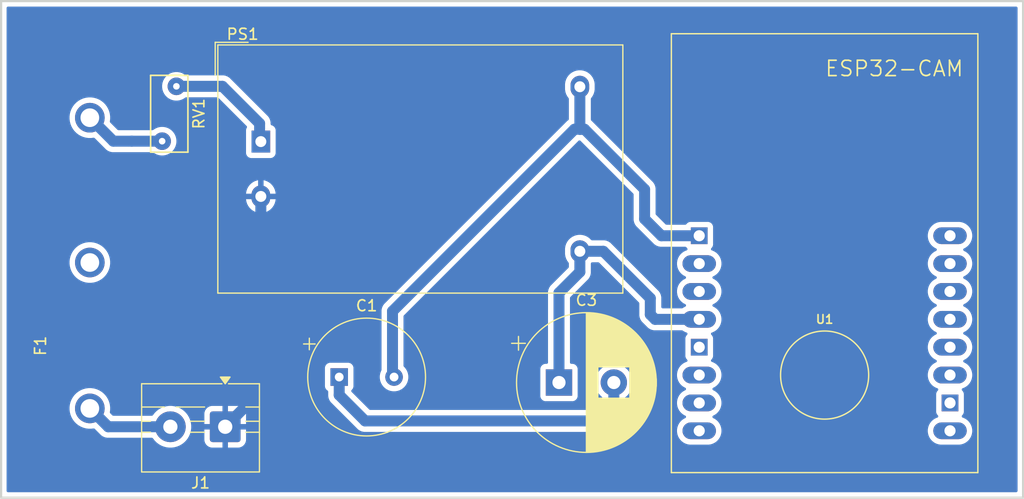
<source format=kicad_pcb>
(kicad_pcb (version 20241229) (generator "pcbnew") (generator_version "9.0")
  (layers (0 "F.Cu" signal) (2 "B.Cu" signal) (13 "F.Paste" user) (15 "B.Paste" user) (5 "F.SilkS" user "F.Silkscreen") (7 "B.SilkS" user "B.Silkscreen") (1 "F.Mask" user) (3 "B.Mask" user) (25 "Edge.Cuts" user))
  (net 0 "")
  (net 1 "Net-(PS1-+Vout)")
  (net 2 "Net-(PS1-AC{slash}L)")
  (net 3 "Net-(PS1--Vout)")
  (net 4 "Net-(C1-Pad1)")
  (net 5 "Net-(F1-Pad2)")
  (net 20 "GND")
  (net 21 "Net-(J1-Pin_2)")
  (net 22 "220AC")
  (footprint "Converter_ACDC:Converter_ACDC_Hi-Link_HLK-PMxx" (layer "F.Cu") (at 167.4975 66.0375)
    (property "Reference" "PS1" (at -1.66 -9.79 0) (layer "F.SilkS"))
    (property "Value" "HLK-PM03" (hide yes))
    (fp_line (start -4.16 -9.05) (end -1.16 -9.05) (stroke (width 0.12)) (layer "F.SilkS"))
    (fp_line (start -4.16 -6.05) (end -4.16 -9.05) (stroke (width 0.12)) (layer "F.SilkS"))
    (fp_line (start -3.92 -8.81) (end -3.92 13.81) (stroke (width 0.12)) (layer "F.SilkS"))
    (fp_line (start -3.92 -8.81) (end 33 -8.81) (stroke (width 0.12)) (layer "F.SilkS"))
    (fp_line (start -3.92 13.81) (end 33 13.81) (stroke (width 0.12)) (layer "F.SilkS"))
    (fp_line (start 33 -8.81) (end 33 13.81) (stroke (width 0.12)) (layer "F.SilkS"))
    (pad "1" thru_hole rect (at 0 0) (size 1.7 2) (drill 1) (layers "*.Cu" "*.Mask") (net 2 "Net-(PS1-AC{slash}L)"))
    (pad "2" thru_hole oval (at 0 5) (size 1.7 2) (drill 1) (layers "*.Cu" "*.Mask") (net 22 "220AC"))
    (pad "3" thru_hole oval (at 29.08 -5) (size 1.7 2) (drill 1) (layers "*.Cu" "*.Mask") (net 3 "Net-(PS1--Vout)"))
    (pad "4" thru_hole oval (at 29.08 10) (size 1.7 2) (drill 1) (layers "*.Cu" "*.Mask") (net 1 "Net-(PS1-+Vout)"))
  )
  (footprint "Capacitor_THT:CP_Radial_D12.5mm_P5.00mm" (layer "F.Cu") (at 194.676041 88)
    (property "Reference" "C3" (at 2.5 -7.5 0) (layer "F.SilkS"))
    (property "Value" "C_Polarized")
    (fp_line (start -4.317082 -3.575) (end -3.067082 -3.575) (stroke (width 0.12)) (layer "F.SilkS"))
    (fp_line (start -3.692082 -4.2) (end -3.692082 -2.95) (stroke (width 0.12)) (layer "F.SilkS"))
    (fp_line (start 2.5 -6.33) (end 2.5 6.33) (stroke (width 0.12)) (layer "F.SilkS"))
    (fp_line (start 2.54 -6.33) (end 2.54 6.33) (stroke (width 0.12)) (layer "F.SilkS"))
    (fp_line (start 2.58 -6.329) (end 2.58 6.329) (stroke (width 0.12)) (layer "F.SilkS"))
    (fp_line (start 2.62 -6.329) (end 2.62 6.329) (stroke (width 0.12)) (layer "F.SilkS"))
    (fp_line (start 2.66 -6.328) (end 2.66 6.328) (stroke (width 0.12)) (layer "F.SilkS"))
    (fp_line (start 2.7 -6.327) (end 2.7 6.327) (stroke (width 0.12)) (layer "F.SilkS"))
    (fp_line (start 2.74 -6.325) (end 2.74 6.325) (stroke (width 0.12)) (layer "F.SilkS"))
    (fp_line (start 2.78 -6.324) (end 2.78 6.324) (stroke (width 0.12)) (layer "F.SilkS"))
    (fp_line (start 2.82 -6.322) (end 2.82 6.322) (stroke (width 0.12)) (layer "F.SilkS"))
    (fp_line (start 2.86 -6.32) (end 2.86 6.32) (stroke (width 0.12)) (layer "F.SilkS"))
    (fp_line (start 2.9 -6.317) (end 2.9 6.317) (stroke (width 0.12)) (layer "F.SilkS"))
    (fp_line (start 2.94 -6.315) (end 2.94 6.315) (stroke (width 0.12)) (layer "F.SilkS"))
    (fp_line (start 2.98 -6.312) (end 2.98 6.312) (stroke (width 0.12)) (layer "F.SilkS"))
    (fp_line (start 3.02 -6.309) (end 3.02 6.309) (stroke (width 0.12)) (layer "F.SilkS"))
    (fp_line (start 3.06 -6.305) (end 3.06 6.305) (stroke (width 0.12)) (layer "F.SilkS"))
    (fp_line (start 3.1 -6.302) (end 3.1 6.302) (stroke (width 0.12)) (layer "F.SilkS"))
    (fp_line (start 3.14 -6.298) (end 3.14 6.298) (stroke (width 0.12)) (layer "F.SilkS"))
    (fp_line (start 3.18 -6.294) (end 3.18 6.294) (stroke (width 0.12)) (layer "F.SilkS"))
    (fp_line (start 3.22 -6.289) (end 3.22 6.289) (stroke (width 0.12)) (layer "F.SilkS"))
    (fp_line (start 3.26 -6.284) (end 3.26 6.284) (stroke (width 0.12)) (layer "F.SilkS"))
    (fp_line (start 3.3 -6.28) (end 3.3 6.28) (stroke (width 0.12)) (layer "F.SilkS"))
    (fp_line (start 3.34 -6.274) (end 3.34 6.274) (stroke (width 0.12)) (layer "F.SilkS"))
    (fp_line (start 3.38 -6.269) (end 3.38 6.269) (stroke (width 0.12)) (layer "F.SilkS"))
    (fp_line (start 3.42 -6.263) (end 3.42 6.263) (stroke (width 0.12)) (layer "F.SilkS"))
    (fp_line (start 3.46 -6.257) (end 3.46 6.257) (stroke (width 0.12)) (layer "F.SilkS"))
    (fp_line (start 3.5 -6.251) (end 3.5 6.251) (stroke (width 0.12)) (layer "F.SilkS"))
    (fp_line (start 3.54 -6.245) (end 3.54 6.245) (stroke (width 0.12)) (layer "F.SilkS"))
    (fp_line (start 3.58 -6.238) (end 3.58 -1.44) (stroke (width 0.12)) (layer "F.SilkS"))
    (fp_line (start 3.58 1.44) (end 3.58 6.238) (stroke (width 0.12)) (layer "F.SilkS"))
    (fp_line (start 3.62 -6.231) (end 3.62 -1.44) (stroke (width 0.12)) (layer "F.SilkS"))
    (fp_line (start 3.62 1.44) (end 3.62 6.231) (stroke (width 0.12)) (layer "F.SilkS"))
    (fp_line (start 3.66 -6.223) (end 3.66 -1.44) (stroke (width 0.12)) (layer "F.SilkS"))
    (fp_line (start 3.66 1.44) (end 3.66 6.223) (stroke (width 0.12)) (layer "F.SilkS"))
    (fp_line (start 3.7 -6.216) (end 3.7 -1.44) (stroke (width 0.12)) (layer "F.SilkS"))
    (fp_line (start 3.7 1.44) (end 3.7 6.216) (stroke (width 0.12)) (layer "F.SilkS"))
    (fp_line (start 3.74 -6.208) (end 3.74 -1.44) (stroke (width 0.12)) (layer "F.SilkS"))
    (fp_line (start 3.74 1.44) (end 3.74 6.208) (stroke (width 0.12)) (layer "F.SilkS"))
    (fp_line (start 3.78 -6.2) (end 3.78 -1.44) (stroke (width 0.12)) (layer "F.SilkS"))
    (fp_line (start 3.78 1.44) (end 3.78 6.2) (stroke (width 0.12)) (layer "F.SilkS"))
    (fp_line (start 3.82 -6.192) (end 3.82 -1.44) (stroke (width 0.12)) (layer "F.SilkS"))
    (fp_line (start 3.82 1.44) (end 3.82 6.192) (stroke (width 0.12)) (layer "F.SilkS"))
    (fp_line (start 3.86 -6.183) (end 3.86 -1.44) (stroke (width 0.12)) (layer "F.SilkS"))
    (fp_line (start 3.86 1.44) (end 3.86 6.183) (stroke (width 0.12)) (layer "F.SilkS"))
    (fp_line (start 3.9 -6.174) (end 3.9 -1.44) (stroke (width 0.12)) (layer "F.SilkS"))
    (fp_line (start 3.9 1.44) (end 3.9 6.174) (stroke (width 0.12)) (layer "F.SilkS"))
    (fp_line (start 3.94 -6.165) (end 3.94 -1.44) (stroke (width 0.12)) (layer "F.SilkS"))
    (fp_line (start 3.94 1.44) (end 3.94 6.165) (stroke (width 0.12)) (layer "F.SilkS"))
    (fp_line (start 3.98 -6.156) (end 3.98 -1.44) (stroke (width 0.12)) (layer "F.SilkS"))
    (fp_line (start 3.98 1.44) (end 3.98 6.156) (stroke (width 0.12)) (layer "F.SilkS"))
    (fp_line (start 4.02 -6.146) (end 4.02 -1.44) (stroke (width 0.12)) (layer "F.SilkS"))
    (fp_line (start 4.02 1.44) (end 4.02 6.146) (stroke (width 0.12)) (layer "F.SilkS"))
    (fp_line (start 4.06 -6.136) (end 4.06 -1.44) (stroke (width 0.12)) (layer "F.SilkS"))
    (fp_line (start 4.06 1.44) (end 4.06 6.136) (stroke (width 0.12)) (layer "F.SilkS"))
    (fp_line (start 4.1 -6.126) (end 4.1 -1.44) (stroke (width 0.12)) (layer "F.SilkS"))
    (fp_line (start 4.1 1.44) (end 4.1 6.126) (stroke (width 0.12)) (layer "F.SilkS"))
    (fp_line (start 4.14 -6.115) (end 4.14 -1.44) (stroke (width 0.12)) (layer "F.SilkS"))
    (fp_line (start 4.14 1.44) (end 4.14 6.115) (stroke (width 0.12)) (layer "F.SilkS"))
    (fp_line (start 4.18 -6.104) (end 4.18 -1.44) (stroke (width 0.12)) (layer "F.SilkS"))
    (fp_line (start 4.18 1.44) (end 4.18 6.104) (stroke (width 0.12)) (layer "F.SilkS"))
    (fp_line (start 4.22 -6.093) (end 4.22 -1.44) (stroke (width 0.12)) (layer "F.SilkS"))
    (fp_line (start 4.22 1.44) (end 4.22 6.093) (stroke (width 0.12)) (layer "F.SilkS"))
    (fp_line (start 4.26 -6.082) (end 4.26 -1.44) (stroke (width 0.12)) (layer "F.SilkS"))
    (fp_line (start 4.26 1.44) (end 4.26 6.082) (stroke (width 0.12)) (layer "F.SilkS"))
    (fp_line (start 4.3 -6.07) (end 4.3 -1.44) (stroke (width 0.12)) (layer "F.SilkS"))
    (fp_line (start 4.3 1.44) (end 4.3 6.07) (stroke (width 0.12)) (layer "F.SilkS"))
    (fp_line (start 4.34 -6.058) (end 4.34 -1.44) (stroke (width 0.12)) (layer "F.SilkS"))
    (fp_line (start 4.34 1.44) (end 4.34 6.058) (stroke (width 0.12)) (layer "F.SilkS"))
    (fp_line (start 4.38 -6.046) (end 4.38 -1.44) (stroke (width 0.12)) (layer "F.SilkS"))
    (fp_line (start 4.38 1.44) (end 4.38 6.046) (stroke (width 0.12)) (layer "F.SilkS"))
    (fp_line (start 4.42 -6.034) (end 4.42 -1.44) (stroke (width 0.12)) (layer "F.SilkS"))
    (fp_line (start 4.42 1.44) (end 4.42 6.034) (stroke (width 0.12)) (layer "F.SilkS"))
    (fp_line (start 4.46 -6.021) (end 4.46 -1.44) (stroke (width 0.12)) (layer "F.SilkS"))
    (fp_line (start 4.46 1.44) (end 4.46 6.021) (stroke (width 0.12)) (layer "F.SilkS"))
    (fp_line (start 4.5 -6.008) (end 4.5 -1.44) (stroke (width 0.12)) (layer "F.SilkS"))
    (fp_line (start 4.5 1.44) (end 4.5 6.008) (stroke (width 0.12)) (layer "F.SilkS"))
    (fp_line (start 4.54 -5.995) (end 4.54 -1.44) (stroke (width 0.12)) (layer "F.SilkS"))
    (fp_line (start 4.54 1.44) (end 4.54 5.995) (stroke (width 0.12)) (layer "F.SilkS"))
    (fp_line (start 4.58 -5.981) (end 4.58 -1.44) (stroke (width 0.12)) (layer "F.SilkS"))
    (fp_line (start 4.58 1.44) (end 4.58 5.981) (stroke (width 0.12)) (layer "F.SilkS"))
    (fp_line (start 4.62 -5.967) (end 4.62 -1.44) (stroke (width 0.12)) (layer "F.SilkS"))
    (fp_line (start 4.62 1.44) (end 4.62 5.967) (stroke (width 0.12)) (layer "F.SilkS"))
    (fp_line (start 4.66 -5.953) (end 4.66 -1.44) (stroke (width 0.12)) (layer "F.SilkS"))
    (fp_line (start 4.66 1.44) (end 4.66 5.953) (stroke (width 0.12)) (layer "F.SilkS"))
    (fp_line (start 4.7 -5.938) (end 4.7 -1.44) (stroke (width 0.12)) (layer "F.SilkS"))
    (fp_line (start 4.7 1.44) (end 4.7 5.938) (stroke (width 0.12)) (layer "F.SilkS"))
    (fp_line (start 4.74 -5.923) (end 4.74 -1.44) (stroke (width 0.12)) (layer "F.SilkS"))
    (fp_line (start 4.74 1.44) (end 4.74 5.923) (stroke (width 0.12)) (layer "F.SilkS"))
    (fp_line (start 4.78 -5.908) (end 4.78 -1.44) (stroke (width 0.12)) (layer "F.SilkS"))
    (fp_line (start 4.78 1.44) (end 4.78 5.908) (stroke (width 0.12)) (layer "F.SilkS"))
    (fp_line (start 4.82 -5.892) (end 4.82 -1.44) (stroke (width 0.12)) (layer "F.SilkS"))
    (fp_line (start 4.82 1.44) (end 4.82 5.892) (stroke (width 0.12)) (layer "F.SilkS"))
    (fp_line (start 4.86 -5.877) (end 4.86 -1.44) (stroke (width 0.12)) (layer "F.SilkS"))
    (fp_line (start 4.86 1.44) (end 4.86 5.877) (stroke (width 0.12)) (layer "F.SilkS"))
    (fp_line (start 4.9 -5.861) (end 4.9 -1.44) (stroke (width 0.12)) (layer "F.SilkS"))
    (fp_line (start 4.9 1.44) (end 4.9 5.861) (stroke (width 0.12)) (layer "F.SilkS"))
    (fp_line (start 4.94 -5.844) (end 4.94 -1.44) (stroke (width 0.12)) (layer "F.SilkS"))
    (fp_line (start 4.94 1.44) (end 4.94 5.844) (stroke (width 0.12)) (layer "F.SilkS"))
    (fp_line (start 4.98 -5.827) (end 4.98 -1.44) (stroke (width 0.12)) (layer "F.SilkS"))
    (fp_line (start 4.98 1.44) (end 4.98 5.827) (stroke (width 0.12)) (layer "F.SilkS"))
    (fp_line (start 5.02 -5.81) (end 5.02 -1.44) (stroke (width 0.12)) (layer "F.SilkS"))
    (fp_line (start 5.02 1.44) (end 5.02 5.81) (stroke (width 0.12)) (layer "F.SilkS"))
    (fp_line (start 5.06 -5.793) (end 5.06 -1.44) (stroke (width 0.12)) (layer "F.SilkS"))
    (fp_line (start 5.06 1.44) (end 5.06 5.793) (stroke (width 0.12)) (layer "F.SilkS"))
    (fp_line (start 5.1 -5.775) (end 5.1 -1.44) (stroke (width 0.12)) (layer "F.SilkS"))
    (fp_line (start 5.1 1.44) (end 5.1 5.775) (stroke (width 0.12)) (layer "F.SilkS"))
    (fp_line (start 5.14 -5.757) (end 5.14 -1.44) (stroke (width 0.12)) (layer "F.SilkS"))
    (fp_line (start 5.14 1.44) (end 5.14 5.757) (stroke (width 0.12)) (layer "F.SilkS"))
    (fp_line (start 5.18 -5.739) (end 5.18 -1.44) (stroke (width 0.12)) (layer "F.SilkS"))
    (fp_line (start 5.18 1.44) (end 5.18 5.739) (stroke (width 0.12)) (layer "F.SilkS"))
    (fp_line (start 5.22 -5.72) (end 5.22 -1.44) (stroke (width 0.12)) (layer "F.SilkS"))
    (fp_line (start 5.22 1.44) (end 5.22 5.72) (stroke (width 0.12)) (layer "F.SilkS"))
    (fp_line (start 5.26 -5.701) (end 5.26 -1.44) (stroke (width 0.12)) (layer "F.SilkS"))
    (fp_line (start 5.26 1.44) (end 5.26 5.701) (stroke (width 0.12)) (layer "F.SilkS"))
    (fp_line (start 5.3 -5.682) (end 5.3 -1.44) (stroke (width 0.12)) (layer "F.SilkS"))
    (fp_line (start 5.3 1.44) (end 5.3 5.682) (stroke (width 0.12)) (layer "F.SilkS"))
    (fp_line (start 5.34 -5.662) (end 5.34 -1.44) (stroke (width 0.12)) (layer "F.SilkS"))
    (fp_line (start 5.34 1.44) (end 5.34 5.662) (stroke (width 0.12)) (layer "F.SilkS"))
    (fp_line (start 5.38 -5.642) (end 5.38 -1.44) (stroke (width 0.12)) (layer "F.SilkS"))
    (fp_line (start 5.38 1.44) (end 5.38 5.642) (stroke (width 0.12)) (layer "F.SilkS"))
    (fp_line (start 5.42 -5.621) (end 5.42 -1.44) (stroke (width 0.12)) (layer "F.SilkS"))
    (fp_line (start 5.42 1.44) (end 5.42 5.621) (stroke (width 0.12)) (layer "F.SilkS"))
    (fp_line (start 5.46 -5.601) (end 5.46 -1.44) (stroke (width 0.12)) (layer "F.SilkS"))
    (fp_line (start 5.46 1.44) (end 5.46 5.601) (stroke (width 0.12)) (layer "F.SilkS"))
    (fp_line (start 5.5 -5.579) (end 5.5 -1.44) (stroke (width 0.12)) (layer "F.SilkS"))
    (fp_line (start 5.5 1.44) (end 5.5 5.579) (stroke (width 0.12)) (layer "F.SilkS"))
    (fp_line (start 5.54 -5.558) (end 5.54 -1.44) (stroke (width 0.12)) (layer "F.SilkS"))
    (fp_line (start 5.54 1.44) (end 5.54 5.558) (stroke (width 0.12)) (layer "F.SilkS"))
    (fp_line (start 5.58 -5.536) (end 5.58 -1.44) (stroke (width 0.12)) (layer "F.SilkS"))
    (fp_line (start 5.58 1.44) (end 5.58 5.536) (stroke (width 0.12)) (layer "F.SilkS"))
    (fp_line (start 5.62 -5.514) (end 5.62 -1.44) (stroke (width 0.12)) (layer "F.SilkS"))
    (fp_line (start 5.62 1.44) (end 5.62 5.514) (stroke (width 0.12)) (layer "F.SilkS"))
    (fp_line (start 5.66 -5.491) (end 5.66 -1.44) (stroke (width 0.12)) (layer "F.SilkS"))
    (fp_line (start 5.66 1.44) (end 5.66 5.491) (stroke (width 0.12)) (layer "F.SilkS"))
    (fp_line (start 5.7 -5.468) (end 5.7 -1.44) (stroke (width 0.12)) (layer "F.SilkS"))
    (fp_line (start 5.7 1.44) (end 5.7 5.468) (stroke (width 0.12)) (layer "F.SilkS"))
    (fp_line (start 5.74 -5.444) (end 5.74 -1.44) (stroke (width 0.12)) (layer "F.SilkS"))
    (fp_line (start 5.74 1.44) (end 5.74 5.444) (stroke (width 0.12)) (layer "F.SilkS"))
    (fp_line (start 5.78 -5.421) (end 5.78 -1.44) (stroke (width 0.12)) (layer "F.SilkS"))
    (fp_line (start 5.78 1.44) (end 5.78 5.421) (stroke (width 0.12)) (layer "F.SilkS"))
    (fp_line (start 5.82 -5.396) (end 5.82 -1.44) (stroke (width 0.12)) (layer "F.SilkS"))
    (fp_line (start 5.82 1.44) (end 5.82 5.396) (stroke (width 0.12)) (layer "F.SilkS"))
    (fp_line (start 5.86 -5.372) (end 5.86 -1.44) (stroke (width 0.12)) (layer "F.SilkS"))
    (fp_line (start 5.86 1.44) (end 5.86 5.372) (stroke (width 0.12)) (layer "F.SilkS"))
    (fp_line (start 5.9 -5.347) (end 5.9 -1.44) (stroke (width 0.12)) (layer "F.SilkS"))
    (fp_line (start 5.9 1.44) (end 5.9 5.347) (stroke (width 0.12)) (layer "F.SilkS"))
    (fp_line (start 5.94 -5.321) (end 5.94 -1.44) (stroke (width 0.12)) (layer "F.SilkS"))
    (fp_line (start 5.94 1.44) (end 5.94 5.321) (stroke (width 0.12)) (layer "F.SilkS"))
    (fp_line (start 5.98 -5.295) (end 5.98 -1.44) (stroke (width 0.12)) (layer "F.SilkS"))
    (fp_line (start 5.98 1.44) (end 5.98 5.295) (stroke (width 0.12)) (layer "F.SilkS"))
    (fp_line (start 6.02 -5.269) (end 6.02 -1.44) (stroke (width 0.12)) (layer "F.SilkS"))
    (fp_line (start 6.02 1.44) (end 6.02 5.269) (stroke (width 0.12)) (layer "F.SilkS"))
    (fp_line (start 6.06 -5.242) (end 6.06 -1.44) (stroke (width 0.12)) (layer "F.SilkS"))
    (fp_line (start 6.06 1.44) (end 6.06 5.242) (stroke (width 0.12)) (layer "F.SilkS"))
    (fp_line (start 6.1 -5.215) (end 6.1 -1.44) (stroke (width 0.12)) (layer "F.SilkS"))
    (fp_line (start 6.1 1.44) (end 6.1 5.215) (stroke (width 0.12)) (layer "F.SilkS"))
    (fp_line (start 6.14 -5.188) (end 6.14 -1.44) (stroke (width 0.12)) (layer "F.SilkS"))
    (fp_line (start 6.14 1.44) (end 6.14 5.188) (stroke (width 0.12)) (layer "F.SilkS"))
    (fp_line (start 6.18 -5.159) (end 6.18 -1.44) (stroke (width 0.12)) (layer "F.SilkS"))
    (fp_line (start 6.18 1.44) (end 6.18 5.159) (stroke (width 0.12)) (layer "F.SilkS"))
    (fp_line (start 6.22 -5.131) (end 6.22 -1.44) (stroke (width 0.12)) (layer "F.SilkS"))
    (fp_line (start 6.22 1.44) (end 6.22 5.131) (stroke (width 0.12)) (layer "F.SilkS"))
    (fp_line (start 6.26 -5.102) (end 6.26 -1.44) (stroke (width 0.12)) (layer "F.SilkS"))
    (fp_line (start 6.26 1.44) (end 6.26 5.102) (stroke (width 0.12)) (layer "F.SilkS"))
    (fp_line (start 6.3 -5.072) (end 6.3 -1.44) (stroke (width 0.12)) (layer "F.SilkS"))
    (fp_line (start 6.3 1.44) (end 6.3 5.072) (stroke (width 0.12)) (layer "F.SilkS"))
    (fp_line (start 6.34 -5.042) (end 6.34 -1.44) (stroke (width 0.12)) (layer "F.SilkS"))
    (fp_line (start 6.34 1.44) (end 6.34 5.042) (stroke (width 0.12)) (layer "F.SilkS"))
    (fp_line (start 6.38 -5.012) (end 6.38 -1.44) (stroke (width 0.12)) (layer "F.SilkS"))
    (fp_line (start 6.38 1.44) (end 6.38 5.012) (stroke (width 0.12)) (layer "F.SilkS"))
    (fp_line (start 6.42 -4.981) (end 6.42 -1.44) (stroke (width 0.12)) (layer "F.SilkS"))
    (fp_line (start 6.42 1.44) (end 6.42 4.981) (stroke (width 0.12)) (layer "F.SilkS"))
    (fp_line (start 6.46 -4.95) (end 6.46 4.95) (stroke (width 0.12)) (layer "F.SilkS"))
    (fp_line (start 6.5 -4.918) (end 6.5 4.918) (stroke (width 0.12)) (layer "F.SilkS"))
    (fp_line (start 6.54 -4.885) (end 6.54 4.885) (stroke (width 0.12)) (layer "F.SilkS"))
    (fp_line (start 6.58 -4.852) (end 6.58 4.852) (stroke (width 0.12)) (layer "F.SilkS"))
    (fp_line (start 6.62 -4.818) (end 6.62 4.818) (stroke (width 0.12)) (layer "F.SilkS"))
    (fp_line (start 6.66 -4.784) (end 6.66 4.784) (stroke (width 0.12)) (layer "F.SilkS"))
    (fp_line (start 6.7 -4.749) (end 6.7 4.749) (stroke (width 0.12)) (layer "F.SilkS"))
    (fp_line (start 6.74 -4.714) (end 6.74 4.714) (stroke (width 0.12)) (layer "F.SilkS"))
    (fp_line (start 6.78 -4.678) (end 6.78 4.678) (stroke (width 0.12)) (layer "F.SilkS"))
    (fp_line (start 6.82 -4.641) (end 6.82 4.641) (stroke (width 0.12)) (layer "F.SilkS"))
    (fp_line (start 6.86 -4.604) (end 6.86 4.604) (stroke (width 0.12)) (layer "F.SilkS"))
    (fp_line (start 6.9 -4.566) (end 6.9 4.566) (stroke (width 0.12)) (layer "F.SilkS"))
    (fp_line (start 6.94 -4.528) (end 6.94 4.528) (stroke (width 0.12)) (layer "F.SilkS"))
    (fp_line (start 6.98 -4.488) (end 6.98 4.488) (stroke (width 0.12)) (layer "F.SilkS"))
    (fp_line (start 7.02 -4.448) (end 7.02 4.448) (stroke (width 0.12)) (layer "F.SilkS"))
    (fp_line (start 7.06 -4.408) (end 7.06 4.408) (stroke (width 0.12)) (layer "F.SilkS"))
    (fp_line (start 7.1 -4.366) (end 7.1 4.366) (stroke (width 0.12)) (layer "F.SilkS"))
    (fp_line (start 7.14 -4.324) (end 7.14 4.324) (stroke (width 0.12)) (layer "F.SilkS"))
    (fp_line (start 7.18 -4.281) (end 7.18 4.281) (stroke (width 0.12)) (layer "F.SilkS"))
    (fp_line (start 7.22 -4.238) (end 7.22 4.238) (stroke (width 0.12)) (layer "F.SilkS"))
    (fp_line (start 7.26 -4.193) (end 7.26 4.193) (stroke (width 0.12)) (layer "F.SilkS"))
    (fp_line (start 7.3 -4.148) (end 7.3 4.148) (stroke (width 0.12)) (layer "F.SilkS"))
    (fp_line (start 7.34 -4.101) (end 7.34 4.101) (stroke (width 0.12)) (layer "F.SilkS"))
    (fp_line (start 7.38 -4.054) (end 7.38 4.054) (stroke (width 0.12)) (layer "F.SilkS"))
    (fp_line (start 7.42 -4.006) (end 7.42 4.006) (stroke (width 0.12)) (layer "F.SilkS"))
    (fp_line (start 7.46 -3.957) (end 7.46 3.957) (stroke (width 0.12)) (layer "F.SilkS"))
    (fp_line (start 7.5 -3.907) (end 7.5 3.907) (stroke (width 0.12)) (layer "F.SilkS"))
    (fp_line (start 7.54 -3.856) (end 7.54 3.856) (stroke (width 0.12)) (layer "F.SilkS"))
    (fp_line (start 7.58 -3.803) (end 7.58 3.803) (stroke (width 0.12)) (layer "F.SilkS"))
    (fp_line (start 7.62 -3.75) (end 7.62 3.75) (stroke (width 0.12)) (layer "F.SilkS"))
    (fp_line (start 7.66 -3.695) (end 7.66 3.695) (stroke (width 0.12)) (layer "F.SilkS"))
    (fp_line (start 7.7 -3.639) (end 7.7 3.639) (stroke (width 0.12)) (layer "F.SilkS"))
    (fp_line (start 7.74 -3.582) (end 7.74 3.582) (stroke (width 0.12)) (layer "F.SilkS"))
    (fp_line (start 7.78 -3.523) (end 7.78 3.523) (stroke (width 0.12)) (layer "F.SilkS"))
    (fp_line (start 7.82 -3.463) (end 7.82 3.463) (stroke (width 0.12)) (layer "F.SilkS"))
    (fp_line (start 7.86 -3.402) (end 7.86 3.402) (stroke (width 0.12)) (layer "F.SilkS"))
    (fp_line (start 7.9 -3.339) (end 7.9 3.339) (stroke (width 0.12)) (layer "F.SilkS"))
    (fp_line (start 7.94 -3.274) (end 7.94 3.274) (stroke (width 0.12)) (layer "F.SilkS"))
    (fp_line (start 7.98 -3.208) (end 7.98 3.208) (stroke (width 0.12)) (layer "F.SilkS"))
    (fp_line (start 8.02 -3.139) (end 8.02 3.139) (stroke (width 0.12)) (layer "F.SilkS"))
    (fp_line (start 8.06 -3.069) (end 8.06 3.069) (stroke (width 0.12)) (layer "F.SilkS"))
    (fp_line (start 8.1 -2.996) (end 8.1 2.996) (stroke (width 0.12)) (layer "F.SilkS"))
    (fp_line (start 8.14 -2.921) (end 8.14 2.921) (stroke (width 0.12)) (layer "F.SilkS"))
    (fp_line (start 8.18 -2.843) (end 8.18 2.843) (stroke (width 0.12)) (layer "F.SilkS"))
    (fp_line (start 8.22 -2.763) (end 8.22 2.763) (stroke (width 0.12)) (layer "F.SilkS"))
    (fp_line (start 8.26 -2.68) (end 8.26 2.68) (stroke (width 0.12)) (layer "F.SilkS"))
    (fp_line (start 8.3 -2.594) (end 8.3 2.594) (stroke (width 0.12)) (layer "F.SilkS"))
    (fp_line (start 8.34 -2.504) (end 8.34 2.504) (stroke (width 0.12)) (layer "F.SilkS"))
    (fp_line (start 8.38 -2.41) (end 8.38 2.41) (stroke (width 0.12)) (layer "F.SilkS"))
    (fp_line (start 8.42 -2.312) (end 8.42 2.312) (stroke (width 0.12)) (layer "F.SilkS"))
    (fp_line (start 8.46 -2.208) (end 8.46 2.208) (stroke (width 0.12)) (layer "F.SilkS"))
    (fp_line (start 8.5 -2.099) (end 8.5 2.099) (stroke (width 0.12)) (layer "F.SilkS"))
    (fp_line (start 8.54 -1.984) (end 8.54 1.984) (stroke (width 0.12)) (layer "F.SilkS"))
    (fp_line (start 8.58 -1.86) (end 8.58 1.86) (stroke (width 0.12)) (layer "F.SilkS"))
    (fp_line (start 8.62 -1.727) (end 8.62 1.727) (stroke (width 0.12)) (layer "F.SilkS"))
    (fp_line (start 8.66 -1.582) (end 8.66 1.582) (stroke (width 0.12)) (layer "F.SilkS"))
    (fp_line (start 8.7 -1.422) (end 8.7 1.422) (stroke (width 0.12)) (layer "F.SilkS"))
    (fp_line (start 8.74 -1.24) (end 8.74 1.24) (stroke (width 0.12)) (layer "F.SilkS"))
    (fp_line (start 8.78 -1.027) (end 8.78 1.027) (stroke (width 0.12)) (layer "F.SilkS"))
    (fp_line (start 8.82 -0.757) (end 8.82 0.757) (stroke (width 0.12)) (layer "F.SilkS"))
    (fp_line (start 8.86 -0.317) (end 8.86 0.317) (stroke (width 0.12)) (layer "F.SilkS"))
    (fp_circle (center 2.5 0) (end 8.87 0) (stroke (width 0.12)) (fill no) (layer "F.SilkS"))
    (pad "1" thru_hole rect (at 0 0) (size 2.4 2.4) (drill 1.2) (layers "*.Cu" "*.Mask") (net 1 "Net-(PS1-+Vout)"))
    (pad "2" thru_hole circle (at 5 0) (size 2.4 2.4) (drill 1.2) (layers "*.Cu" "*.Mask") (net 4 "Net-(C1-Pad1)"))
  )
  (footprint "TerminalBlock:TerminalBlock_MaiXu_MX126-5.0-02P_1x02_P5.00mm" (layer "F.Cu") (at 164.25 92.0325 180)
    (property "Reference" "J1" (at 2.25 -5.12 0) (layer "F.SilkS"))
    (property "Value" "Screw_Terminal_01x02")
    (fp_line (start 7.62 -4.12) (end 7.62 3.92) (stroke (width 0.12)) (layer "F.SilkS"))
    (fp_line (start 6.812 0.5) (end 7.62 0.5) (stroke (width 0.12)) (layer "F.SilkS"))
    (fp_line (start 6.812 -0.5) (end 7.62 -0.5) (stroke (width 0.12)) (layer "F.SilkS"))
    (fp_line (start 5.543 1.8) (end 7.62 1.8) (stroke (width 0.12)) (layer "F.SilkS"))
    (fp_line (start 1.88 1.8) (end 4.457 1.8) (stroke (width 0.12)) (layer "F.SilkS"))
    (fp_line (start 1.88 0.5) (end 3.188 0.5) (stroke (width 0.12)) (layer "F.SilkS"))
    (fp_line (start 1.88 -0.5) (end 3.188 -0.5) (stroke (width 0.12)) (layer "F.SilkS"))
    (fp_line (start 0.3 3.92) (end 7.62 3.92) (stroke (width 0.12)) (layer "F.SilkS"))
    (fp_line (start -3.12 3.92) (end -0.3 3.92) (stroke (width 0.12)) (layer "F.SilkS"))
    (fp_line (start -3.12 1.8) (end -1.88 1.8) (stroke (width 0.12)) (layer "F.SilkS"))
    (fp_line (start -3.12 0.5) (end -1.88 0.5) (stroke (width 0.12)) (layer "F.SilkS"))
    (fp_line (start -3.12 -0.5) (end -1.88 -0.5) (stroke (width 0.12)) (layer "F.SilkS"))
    (fp_line (start -3.12 -4.12) (end 7.62 -4.12) (stroke (width 0.12)) (layer "F.SilkS"))
    (fp_line (start -3.12 -4.12) (end -3.12 3.92) (stroke (width 0.12)) (layer "F.SilkS"))
    (fp_poly (pts (xy 0 3.92) (xy 0.44 4.53) (xy -0.44 4.53)) (stroke (width 0.12)) (fill yes) (layer "F.SilkS"))
    (pad "1" thru_hole roundrect (at 0 0 180) (size 2.8 2.8) (drill 1.3) (layers "*.Cu" "*.Mask") (roundrect_rratio 0.089286) (net 20 "GND"))
    (pad "2" thru_hole circle (at 5 0 180) (size 2.8 2.8) (drill 1.3) (layers "*.Cu" "*.Mask") (net 21 "Net-(J1-Pin_2)"))
  )
  (footprint "Fuse:Fuseholder_Clip-5x20mm_Keystone_3517_Inline_P23.11x6.76mm_D1.70mm_Horizontal" (layer "F.Cu") (at 151.91 97.81 90)
    (property "Reference" "F1" (at 13.155 -4.5 90) (layer "F.SilkS"))
    (property "Value" "Fuse")
    (pad "1" thru_hole circle (at 7.45 0 90) (size 2.7 2.7) (drill 1.7) (layers "*.Cu" "*.Mask") (net 22 "220AC"))
    (pad "2" thru_hole circle (at 33.95 0 90) (size 2.7 2.7) (drill 1.7) (layers "*.Cu" "*.Mask") (net 5 "Net-(F1-Pad2)"))
    (pad "3" thru_hole circle (at 20.75 0 90) (size 2.7 2.7) (drill 1.7) (layers "*.Cu" "*.Mask"))
  )
  (footprint "ESP32-CAM (2):ESP32-CAM" (layer "F.Cu") (at 218.89 82.24)
    (property "Reference" "U1" (at 0 0 0) (layer "F.SilkS") (effects (font (size 0.787402 0.787402))))
    (property "Value" "ESP32-CAM")
    (fp_line (start -13.97 -26.035) (end -13.97 13.97) (stroke (width 0.127)) (layer "F.SilkS"))
    (fp_line (start -13.97 13.97) (end 13.97 13.97) (stroke (width 0.127)) (layer "F.SilkS"))
    (fp_line (start 13.97 -26.035) (end -13.97 -26.035) (stroke (width 0.127)) (layer "F.SilkS"))
    (fp_line (start 13.97 13.97) (end 13.97 -26.035) (stroke (width 0.127)) (layer "F.SilkS"))
    (fp_circle (center 0 5.08) (end 4.01609 5.08) (stroke (width 0.127)) (fill no) (layer "F.SilkS"))
    (fp_text user "ESP32-CAM" (at 6.35 -22.86 0) (layer "F.SilkS") (effects (font (size 1.4 1.4))))
    (pad "P$1" thru_hole rect (at -11.43 -7.62) (size 1.524 1.524) (drill 1.016) (layers "*.Cu" "*.Mask") (net 3 "Net-(PS1--Vout)"))
    (pad "P$2" thru_hole oval (at -11.43 -5.08) (size 3.048 1.524) (drill 1.016) (layers "*.Cu" "*.Mask"))
    (pad "P$3" thru_hole oval (at -11.43 -2.54) (size 3.048 1.524) (drill 1.016) (layers "*.Cu" "*.Mask"))
    (pad "P$4" thru_hole oval (at -11.43 0) (size 3.048 1.524) (drill 1.016) (layers "*.Cu" "*.Mask") (net 1 "Net-(PS1-+Vout)"))
    (pad "P$5" thru_hole rect (at -11.43 2.54) (size 1.524 1.524) (drill 1.016) (layers "*.Cu" "*.Mask"))
    (pad "P$6" thru_hole oval (at -11.43 5.08) (size 3.048 1.524) (drill 1.016) (layers "*.Cu" "*.Mask"))
    (pad "P$7" thru_hole oval (at -11.43 7.62) (size 3.048 1.524) (drill 1.016) (layers "*.Cu" "*.Mask"))
    (pad "P$8" thru_hole oval (at -11.43 10.16) (size 3.048 1.524) (drill 1.016) (layers "*.Cu" "*.Mask"))
    (pad "P$9" thru_hole oval (at 11.43 10.16) (size 3.048 1.524) (drill 1.016) (layers "*.Cu" "*.Mask"))
    (pad "P$10" thru_hole rect (at 11.43 7.62) (size 1.524 1.524) (drill 1.016) (layers "*.Cu" "*.Mask"))
    (pad "P$11" thru_hole oval (at 11.43 5.08) (size 3.048 1.524) (drill 1.016) (layers "*.Cu" "*.Mask"))
    (pad "P$12" thru_hole oval (at 11.43 2.54) (size 3.048 1.524) (drill 1.016) (layers "*.Cu" "*.Mask"))
    (pad "P$13" thru_hole oval (at 11.43 0) (size 3.048 1.524) (drill 1.016) (layers "*.Cu" "*.Mask"))
    (pad "P$14" thru_hole oval (at 11.43 -2.54) (size 3.048 1.524) (drill 1.016) (layers "*.Cu" "*.Mask"))
    (pad "P$15" thru_hole oval (at 11.43 -5.08) (size 3.048 1.524) (drill 1.016) (layers "*.Cu" "*.Mask"))
    (pad "P$16" thru_hole oval (at 11.43 -7.62) (size 3.048 1.524) (drill 1.016) (layers "*.Cu" "*.Mask"))
  )
  (footprint "Capacitor_THT:CP_Radial_Tantal_D10.5mm_P5.00mm" (layer "F.Cu") (at 174.641067 87.5)
    (property "Reference" "C1" (at 2.5 -6.5 0) (layer "F.SilkS"))
    (property "Value" "0,1uf")
    (fp_line (start -3.247133 -3.015) (end -2.197133 -3.015) (stroke (width 0.12)) (layer "F.SilkS"))
    (fp_line (start -2.722133 -3.54) (end -2.722133 -2.49) (stroke (width 0.12)) (layer "F.SilkS"))
    (fp_circle (center 2.5 0) (end 7.87 0) (stroke (width 0.12)) (fill no) (layer "F.SilkS"))
    (pad "1" thru_hole rect (at 0 0) (size 1.6 1.6) (drill 0.8) (layers "*.Cu" "*.Mask") (net 4 "Net-(C1-Pad1)"))
    (pad "2" thru_hole circle (at 5 0) (size 1.6 1.6) (drill 0.8) (layers "*.Cu" "*.Mask") (net 3 "Net-(PS1--Vout)"))
  )
  (footprint "Varistor:RV_Disc_D7mm_W3.4mm_P5mm" (layer "F.Cu") (at 158.5 66 90)
    (property "Reference" "RV1" (at 2.5 3.35 90) (layer "F.SilkS"))
    (property "Value" "Varistor")
    (fp_line (start 6 -1.05) (end 6 2.35) (stroke (width 0.15)) (layer "F.SilkS"))
    (fp_line (start -1 -1.05) (end 6 -1.05) (stroke (width 0.15)) (layer "F.SilkS"))
    (fp_line (start -1 -1.05) (end -1 2.35) (stroke (width 0.15)) (layer "F.SilkS"))
    (fp_line (start -1 2.35) (end 6 2.35) (stroke (width 0.15)) (layer "F.SilkS"))
    (pad "1" thru_hole circle (at 0 0 90) (size 1.6 1.6) (drill 0.6) (layers "*.Cu" "*.Mask") (net 5 "Net-(F1-Pad2)"))
    (pad "2" thru_hole circle (at 5 1.3 90) (size 1.6 1.6) (drill 0.6) (layers "*.Cu" "*.Mask") (net 2 "Net-(PS1-AC{slash}L)"))
  )
  (gr_rect (start 143.82 53.23) (end 236.98 98.5) (stroke (width 0.2)) (fill no) (layer "Edge.Cuts"))
  (segment (start 196.5775 76.0375) (end 196.5775 77.9225) (width 1) (layer "B.Cu") (net 1))
  (segment (start 203 80.32) (end 203 81.8) (width 1) (layer "B.Cu") (net 1))
  (segment (start 196.5775 77.9225) (end 194.676041 79.823959) (width 1) (layer "B.Cu") (net 1))
  (segment (start 196.5775 76.0375) (end 198.7175 76.0375) (width 1) (layer "B.Cu") (net 1))
  (segment (start 198.7175 76.0375) (end 203 80.32) (width 1) (layer "B.Cu") (net 1))
  (segment (start 194.676041 79.823959) (end 194.676041 88) (width 1) (layer "B.Cu") (net 1))
  (segment (start 203 81.8) (end 203.44 82.24) (width 1) (layer "B.Cu") (net 1))
  (segment (start 203.44 82.24) (end 207.46 82.24) (width 1) (layer "B.Cu") (net 1))
  (segment (start 167.385 66.15) (end 167.4975 66.0375) (width 0.2) (layer "B.Cu") (net 2))
  (segment (start 167.385 64.385) (end 167.385 66.15) (width 1) (layer "B.Cu") (net 2))
  (segment (start 159.8 61) (end 164 61) (width 1) (layer "B.Cu") (net 2))
  (segment (start 164 61) (end 167.385 64.385) (width 1) (layer "B.Cu") (net 2))
  (segment (start 196.5875 64.9125) (end 196.5775 64.9125) (width 1) (layer "B.Cu") (net 3))
  (segment (start 204.01 74.62) (end 207.46 74.62) (width 1) (layer "B.Cu") (net 3))
  (segment (start 202.48 73.09) (end 204.01 74.62) (width 1) (layer "B.Cu") (net 3))
  (segment (start 202.48 70.3925) (end 202.48 73.09) (width 1) (layer "B.Cu") (net 3))
  (segment (start 179.5 81.5) (end 179.5 87.358933) (width 1) (layer "B.Cu") (net 3))
  (segment (start 196.0875 64.9125) (end 179.5 81.5) (width 1) (layer "B.Cu") (net 3))
  (segment (start 197 64.9125) (end 196.0875 64.9125) (width 1) (layer "B.Cu") (net 3))
  (segment (start 179.5 87.358933) (end 179.641067 87.5) (width 1) (layer "B.Cu") (net 3))
  (segment (start 197 64.9125) (end 202.48 70.3925) (width 1) (layer "B.Cu") (net 3))
  (segment (start 196.5775 64.9125) (end 196.5775 61.0375) (width 1) (layer "B.Cu") (net 3))
  (segment (start 197 64.9125) (end 196.5875 64.9125) (width 1) (layer "B.Cu") (net 3))
  (segment (start 177 91.5) (end 198 91.5) (width 1) (layer "B.Cu") (net 4))
  (segment (start 198 91.5) (end 199.676041 89.823959) (width 1) (layer "B.Cu") (net 4))
  (segment (start 199.676041 89.823959) (end 199.676041 88) (width 1) (layer "B.Cu") (net 4))
  (segment (start 174.641067 87.5) (end 174.641067 89.141067) (width 1) (layer "B.Cu") (net 4))
  (segment (start 174.641067 89.141067) (end 177 91.5) (width 1) (layer "B.Cu") (net 4))
  (segment (start 151.91 63.86) (end 154.05 66) (width 1) (layer "B.Cu") (net 5))
  (segment (start 154.05 66) (end 155.73 66) (width 1) (layer "B.Cu") (net 5))
  (segment (start 158.24 65.74) (end 158.5 66) (width 0.2) (layer "B.Cu") (net 5))
  (segment (start 158.5 66) (end 155.73 66) (width 1) (layer "B.Cu") (net 5))
  (segment (start 167.4975 71.0375) (end 167.4975 88.785) (width 1) (layer "B.Cu") (net 20))
  (segment (start 167.4975 88.785) (end 164.25 92.0325) (width 1) (layer "B.Cu") (net 20))
  (segment (start 153.5825 92.0325) (end 159.25 92.0325) (width 1) (layer "B.Cu") (net 21))
  (segment (start 151.91 90.36) (end 153.5825 92.0325) (width 1) (layer "B.Cu") (net 21))
  (zone (net 22) (net_name "220AC") (layer "B.Cu") (name "GND") (connect_pads (clearance 0.5)) (min_thickness 0.25) (fill yes (thermal_gap 0.5) (thermal_bridge_width 0.5) (island_removal_mode 1) (island_area_min 10))
    (polygon (pts (xy 237.02 98.5) (xy 237.02 53.37) (xy 143.83 53.25) (xy 144.011804 77.203448) (xy 143.86 98.41)))
  )
)
</source>
